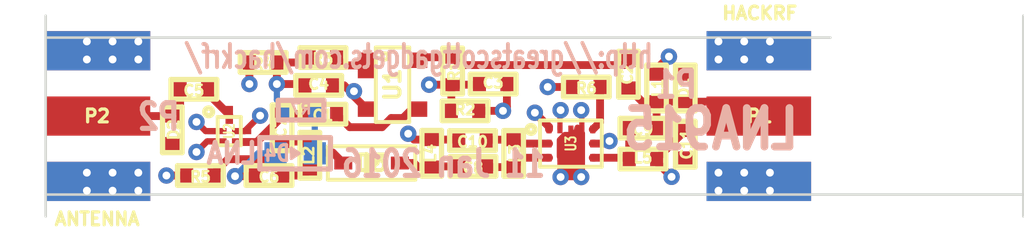
<source format=kicad_pcb>
(kicad_pcb (version 20171130) (host pcbnew 5.1.5)

  (general
    (thickness 1.6)
    (drawings 12)
    (tracks 131)
    (zones 0)
    (modules 32)
    (nets 18)
  )

  (page A4)
  (layers
    (0 C1F signal)
    (1 C2 power)
    (2 C3 power)
    (31 C4B signal hide)
    (32 B.Adhes user)
    (33 F.Adhes user)
    (34 B.Paste user)
    (35 F.Paste user hide)
    (36 B.SilkS user hide)
    (37 F.SilkS user)
    (38 B.Mask user)
    (39 F.Mask user)
    (41 Cmts.User user)
    (44 Edge.Cuts user)
  )

  (setup
    (last_trace_width 0.1524)
    (user_trace_width 0.2032)
    (user_trace_width 0.24)
    (user_trace_width 0.3048)
    (trace_clearance 0.1524)
    (zone_clearance 0.254)
    (zone_45_only no)
    (trace_min 0.1524)
    (via_size 0.635)
    (via_drill 0.3048)
    (via_min_size 0.4572)
    (via_min_drill 0.254)
    (uvia_size 0.508)
    (uvia_drill 0.127)
    (uvias_allowed no)
    (uvia_min_size 0.4572)
    (uvia_min_drill 0.127)
    (edge_width 0.1)
    (segment_width 0.2)
    (pcb_text_width 0.3)
    (pcb_text_size 1.5 1.5)
    (mod_edge_width 0.15)
    (mod_text_size 1 1)
    (mod_text_width 0.15)
    (pad_size 4.064 1.524)
    (pad_drill 0)
    (pad_to_mask_clearance 0.0762)
    (pad_to_paste_clearance_ratio -0.12)
    (aux_axis_origin 0 0)
    (visible_elements FFFFFF7F)
    (pcbplotparams
      (layerselection 0x00030_80000001)
      (usegerberextensions true)
      (usegerberattributes false)
      (usegerberadvancedattributes false)
      (creategerberjobfile false)
      (excludeedgelayer true)
      (linewidth 0.150000)
      (plotframeref false)
      (viasonmask false)
      (mode 1)
      (useauxorigin false)
      (hpglpennumber 1)
      (hpglpenspeed 20)
      (hpglpendiameter 15.000000)
      (psnegative false)
      (psa4output false)
      (plotreference false)
      (plotvalue false)
      (plotinvisibletext false)
      (padsonsilk false)
      (subtractmaskfromsilk false)
      (outputformat 1)
      (mirror false)
      (drillshape 0)
      (scaleselection 1)
      (outputdirectory "gerbers"))
  )

  (net 0 "")
  (net 1 GND)
  (net 2 VCC)
  (net 3 "Net-(C1-Pad1)")
  (net 4 "Net-(C1-Pad2)")
  (net 5 "Net-(C2-Pad1)")
  (net 6 "Net-(C2-Pad2)")
  (net 7 "Net-(C5-Pad1)")
  (net 8 "Net-(C5-Pad2)")
  (net 9 "Net-(C6-Pad2)")
  (net 10 "Net-(C7-Pad2)")
  (net 11 "Net-(C8-Pad1)")
  (net 12 "Net-(C8-Pad2)")
  (net 13 "Net-(C9-Pad1)")
  (net 14 "Net-(C10-Pad2)")
  (net 15 "Net-(D4-Pad1)")
  (net 16 "Net-(R3-Pad2)")
  (net 17 "Net-(R6-Pad2)")

  (net_class Default "This is the default net class."
    (clearance 0.1524)
    (trace_width 0.1524)
    (via_dia 0.635)
    (via_drill 0.3048)
    (uvia_dia 0.508)
    (uvia_drill 0.127)
    (add_net GND)
    (add_net "Net-(C1-Pad1)")
    (add_net "Net-(C1-Pad2)")
    (add_net "Net-(C10-Pad2)")
    (add_net "Net-(C2-Pad1)")
    (add_net "Net-(C2-Pad2)")
    (add_net "Net-(C5-Pad1)")
    (add_net "Net-(C5-Pad2)")
    (add_net "Net-(C6-Pad2)")
    (add_net "Net-(C7-Pad2)")
    (add_net "Net-(C8-Pad1)")
    (add_net "Net-(C8-Pad2)")
    (add_net "Net-(C9-Pad1)")
    (add_net "Net-(D4-Pad1)")
    (add_net "Net-(R3-Pad2)")
    (add_net "Net-(R6-Pad2)")
    (add_net VCC)
  )

  (module hackrf:GSG-TSLP-7-1 (layer C1F) (tedit 52F6B3C4) (tstamp 52F6BFB0)
    (at 145.4136 101.0698 270)
    (path /52F68792)
    (fp_text reference U3 (at 0 0 90) (layer F.SilkS)
      (effects (font (size 0.39878 0.29972) (thickness 0.07493)))
    )
    (fp_text value LNA (at 0 0 90) (layer F.SilkS) hide
      (effects (font (size 0.39878 0.29972) (thickness 0.0762)))
    )
    (fp_circle (center -0.54958 1.55) (end -0.49878 1.55) (layer F.SilkS) (width 0.2032))
    (fp_line (start -0.9 1.2) (end -0.9 -1.2) (layer F.SilkS) (width 0.15))
    (fp_line (start 0.9 1.2) (end -0.9 1.2) (layer F.SilkS) (width 0.15))
    (fp_line (start 0.9 -1.2) (end 0.9 1.2) (layer F.SilkS) (width 0.15))
    (fp_line (start -0.9 -1.2) (end 0.9 -1.2) (layer F.SilkS) (width 0.15))
    (pad 7 smd rect (at -0.55 0.425 270) (size 0.3 0.2) (layers C1F F.Paste F.Mask)
      (net 1 GND))
    (pad 7 smd rect (at 0 0.425 270) (size 0.3 0.2) (layers C1F F.Paste F.Mask)
      (net 1 GND))
    (pad 7 smd rect (at 0.55 0.425 270) (size 0.3 0.2) (layers C1F F.Paste F.Mask)
      (net 1 GND))
    (pad 7 smd rect (at 0.55 -0.425 270) (size 0.3 0.2) (layers C1F F.Paste F.Mask)
      (net 1 GND))
    (pad 7 smd rect (at 0 -0.425 270) (size 0.3 0.2) (layers C1F F.Paste F.Mask)
      (net 1 GND))
    (pad 7 smd rect (at -0.55 -0.425 270) (size 0.3 0.2) (layers C1F F.Paste F.Mask)
      (net 1 GND))
    (pad 7 smd rect (at 0.55 0 270) (size 0.3 0.2) (layers C1F F.Paste F.Mask)
      (net 1 GND))
    (pad 7 smd rect (at 0 0 270) (size 0.3 0.2) (layers C1F F.Paste F.Mask)
      (net 1 GND))
    (pad 7 smd rect (at -0.55 0 270) (size 0.3 0.2) (layers C1F F.Paste F.Mask)
      (net 1 GND))
    (pad 6 smd rect (at -0.55 -0.85 270) (size 0.3 0.2) (layers C1F F.Paste F.Mask)
      (net 17 "Net-(R6-Pad2)"))
    (pad 5 smd rect (at 0 -0.85 270) (size 0.3 0.2) (layers C1F F.Paste F.Mask)
      (net 2 VCC))
    (pad 4 smd rect (at 0.55 -0.85 270) (size 0.3 0.2) (layers C1F F.Paste F.Mask)
      (net 13 "Net-(C9-Pad1)"))
    (pad 3 smd rect (at 0.55 0.85 270) (size 0.3 0.2) (layers C1F F.Paste F.Mask)
      (net 12 "Net-(C8-Pad2)"))
    (pad 2 smd rect (at 0 0.85 270) (size 0.3 0.2) (layers C1F F.Paste F.Mask)
      (net 14 "Net-(C10-Pad2)"))
    (pad 1 smd rect (at -0.55 0.85 270) (size 0.3 0.2) (layers C1F F.Paste F.Mask)
      (net 2 VCC) (die_length 3.40614))
  )

  (module hackrf:GSG-F5Q (layer C1F) (tedit 52F6AFAA) (tstamp 52F6BFDE)
    (at 132.1346 100.5842 270)
    (path /52F44412)
    (fp_text reference U2 (at 0 0 90) (layer F.SilkS)
      (effects (font (size 0.39878 0.29972) (thickness 0.07493)))
    )
    (fp_text value SAW (at 0 0 90) (layer F.SilkS) hide
      (effects (font (size 0.39878 0.29972) (thickness 0.0762)))
    )
    (fp_circle (center -0.74958 0.8) (end -0.69878 0.8) (layer F.SilkS) (width 0.2032))
    (fp_line (start -0.55 0.45) (end -0.55 -0.45) (layer F.SilkS) (width 0.15))
    (fp_line (start 0.55 0.45) (end -0.55 0.45) (layer F.SilkS) (width 0.15))
    (fp_line (start 0.55 -0.45) (end 0.55 0.45) (layer F.SilkS) (width 0.15))
    (fp_line (start -0.55 -0.45) (end 0.55 -0.45) (layer F.SilkS) (width 0.15))
    (pad 5 smd rect (at 0 -0.48 270) (size 0.24 0.75) (layers C1F F.Paste F.Mask)
      (net 1 GND))
    (pad 2 smd rect (at 0 0.48 270) (size 0.24 0.75) (layers C1F F.Paste F.Mask)
      (net 1 GND) (die_length 3.40614))
    (pad 4 smd rect (at 0.4 -0.48 270) (size 0.24 0.75) (layers C1F F.Paste F.Mask)
      (net 3 "Net-(C1-Pad1)") (die_length -2147.483648))
    (pad 3 smd rect (at 0.4 0.48 270) (size 0.24 0.75) (layers C1F F.Paste F.Mask)
      (net 1 GND) (die_length -2147.483648))
    (pad 1 smd rect (at -0.63 0 270) (size 0.7 0.29) (layers C1F F.Paste F.Mask)
      (net 8 "Net-(C5-Pad2)") (die_length 3.40614))
  )

  (module hackrf:GSG-SOT143 (layer C1F) (tedit 52F6BF63) (tstamp 52F6BF98)
    (at 138.4808 98.7806 270)
    (path /52F68FC4)
    (solder_mask_margin 0.1016)
    (fp_text reference U1 (at 0 0 90) (layer F.SilkS)
      (effects (font (size 0.6096 0.6096) (thickness 0.1524)))
    )
    (fp_text value SWITCH (at 0 0 90) (layer F.SilkS) hide
      (effects (font (size 0.6096 0.6096) (thickness 0.1524)))
    )
    (fp_line (start -1.45 0.65) (end -1.45 -0.65) (layer F.SilkS) (width 0.15))
    (fp_line (start 1.45 0.65) (end -1.45 0.65) (layer F.SilkS) (width 0.15))
    (fp_line (start 1.45 -0.65) (end 1.45 0.65) (layer F.SilkS) (width 0.15))
    (fp_line (start -1.45 -0.65) (end 1.45 -0.65) (layer F.SilkS) (width 0.15))
    (fp_circle (center -1.1 0.3) (end -1.15 0.3) (layer F.SilkS) (width 0.15))
    (pad 4 smd rect (at -0.95 -1 270) (size 0.6 0.7) (layers C1F F.Paste F.Mask)
      (net 5 "Net-(C2-Pad1)"))
    (pad 3 smd rect (at 0.95 -1 270) (size 0.6 0.7) (layers C1F F.Paste F.Mask)
      (net 4 "Net-(C1-Pad2)"))
    (pad 1 smd rect (at -0.75 1 270) (size 1 0.7) (layers C1F F.Paste F.Mask)
      (net 16 "Net-(R3-Pad2)") (die_length 0.08382) (solder_mask_margin 0.1016) (clearance 0.1778))
    (pad 2 smd rect (at 0.95 1 270) (size 0.6 0.7) (layers C1F F.Paste F.Mask)
      (net 1 GND) (die_length 0.04572) (solder_mask_margin 0.1016) (clearance 0.1778))
  )

  (module gsg-modules:0402 (layer C4B) (tedit 4FB6CFE4) (tstamp 52F6C0A0)
    (at 134.9248 99.7712)
    (path /52F68CBB)
    (fp_text reference R7 (at 0 -0.0508) (layer B.SilkS)
      (effects (font (size 0.4064 0.4064) (thickness 0.1016)) (justify mirror))
    )
    (fp_text value 470 (at 0 -0.0508) (layer B.SilkS) hide
      (effects (font (size 0.4064 0.4064) (thickness 0.1016)) (justify mirror))
    )
    (fp_line (start -0.889 0.381) (end 0.889 0.381) (layer B.SilkS) (width 0.2032))
    (fp_line (start -0.889 -0.381) (end -0.889 0.381) (layer B.SilkS) (width 0.2032))
    (fp_line (start 0.889 -0.381) (end -0.889 -0.381) (layer B.SilkS) (width 0.2032))
    (fp_line (start 0.889 0.381) (end 0.889 -0.381) (layer B.SilkS) (width 0.2032))
    (pad 1 smd rect (at -0.5334 0) (size 0.508 0.5588) (layers C4B B.Paste B.Mask)
      (net 2 VCC))
    (pad 2 smd rect (at 0.5334 0) (size 0.508 0.5588) (layers C4B B.Paste B.Mask)
      (net 15 "Net-(D4-Pad1)"))
  )

  (module gsg-modules:0402 (layer C1F) (tedit 4FB6CFE4) (tstamp 52F6C0D2)
    (at 146.0136 98.8698)
    (path /52F68800)
    (fp_text reference R6 (at 0 0.0508) (layer F.SilkS)
      (effects (font (size 0.4064 0.4064) (thickness 0.1016)))
    )
    (fp_text value 3k (at 0 0.0508) (layer F.SilkS) hide
      (effects (font (size 0.4064 0.4064) (thickness 0.1016)))
    )
    (fp_line (start -0.889 -0.381) (end 0.889 -0.381) (layer F.SilkS) (width 0.2032))
    (fp_line (start -0.889 0.381) (end -0.889 -0.381) (layer F.SilkS) (width 0.2032))
    (fp_line (start 0.889 0.381) (end -0.889 0.381) (layer F.SilkS) (width 0.2032))
    (fp_line (start 0.889 -0.381) (end 0.889 0.381) (layer F.SilkS) (width 0.2032))
    (pad 1 smd rect (at -0.5334 0) (size 0.508 0.5588) (layers C1F F.Paste F.Mask)
      (net 2 VCC))
    (pad 2 smd rect (at 0.5334 0) (size 0.508 0.5588) (layers C1F F.Paste F.Mask)
      (net 17 "Net-(R6-Pad2)"))
  )

  (module gsg-modules:0402 (layer C1F) (tedit 4FB6CFE4) (tstamp 52F6C050)
    (at 131.0132 102.3112)
    (path /52F6A21F)
    (fp_text reference R5 (at 0 0.0508) (layer F.SilkS)
      (effects (font (size 0.4064 0.4064) (thickness 0.1016)))
    )
    (fp_text value 470 (at 0 0.0508) (layer F.SilkS) hide
      (effects (font (size 0.4064 0.4064) (thickness 0.1016)))
    )
    (fp_line (start -0.889 -0.381) (end 0.889 -0.381) (layer F.SilkS) (width 0.2032))
    (fp_line (start -0.889 0.381) (end -0.889 -0.381) (layer F.SilkS) (width 0.2032))
    (fp_line (start 0.889 0.381) (end -0.889 0.381) (layer F.SilkS) (width 0.2032))
    (fp_line (start 0.889 -0.381) (end 0.889 0.381) (layer F.SilkS) (width 0.2032))
    (pad 1 smd rect (at -0.5334 0) (size 0.508 0.5588) (layers C1F F.Paste F.Mask)
      (net 2 VCC))
    (pad 2 smd rect (at 0.5334 0) (size 0.508 0.5588) (layers C1F F.Paste F.Mask)
      (net 9 "Net-(C6-Pad2)"))
  )

  (module gsg-modules:0402 (layer C1F) (tedit 4FB6CFE4) (tstamp 52F6D5E2)
    (at 133.4516 97.917)
    (path /52F69223)
    (fp_text reference R4 (at 0 0.0508) (layer F.SilkS)
      (effects (font (size 0.4064 0.4064) (thickness 0.1016)))
    )
    (fp_text value 100k (at 0 0.0508) (layer F.SilkS) hide
      (effects (font (size 0.4064 0.4064) (thickness 0.1016)))
    )
    (fp_line (start -0.889 -0.381) (end 0.889 -0.381) (layer F.SilkS) (width 0.2032))
    (fp_line (start -0.889 0.381) (end -0.889 -0.381) (layer F.SilkS) (width 0.2032))
    (fp_line (start 0.889 0.381) (end -0.889 0.381) (layer F.SilkS) (width 0.2032))
    (fp_line (start 0.889 -0.381) (end 0.889 0.381) (layer F.SilkS) (width 0.2032))
    (pad 1 smd rect (at -0.5334 0) (size 0.508 0.5588) (layers C1F F.Paste F.Mask)
      (net 1 GND))
    (pad 2 smd rect (at 0.5334 0) (size 0.508 0.5588) (layers C1F F.Paste F.Mask)
      (net 2 VCC))
  )

  (module gsg-modules:0402 (layer C1F) (tedit 4FB6CFE4) (tstamp 52F6C08C)
    (at 135.7744 97.7254)
    (path /52F6921D)
    (fp_text reference R3 (at 0 0.0508) (layer F.SilkS)
      (effects (font (size 0.4064 0.4064) (thickness 0.1016)))
    )
    (fp_text value 4k7 (at 0 0.0508) (layer F.SilkS) hide
      (effects (font (size 0.4064 0.4064) (thickness 0.1016)))
    )
    (fp_line (start -0.889 -0.381) (end 0.889 -0.381) (layer F.SilkS) (width 0.2032))
    (fp_line (start -0.889 0.381) (end -0.889 -0.381) (layer F.SilkS) (width 0.2032))
    (fp_line (start 0.889 0.381) (end -0.889 0.381) (layer F.SilkS) (width 0.2032))
    (fp_line (start 0.889 -0.381) (end 0.889 0.381) (layer F.SilkS) (width 0.2032))
    (pad 1 smd rect (at -0.5334 0) (size 0.508 0.5588) (layers C1F F.Paste F.Mask)
      (net 2 VCC))
    (pad 2 smd rect (at 0.5334 0) (size 0.508 0.5588) (layers C1F F.Paste F.Mask)
      (net 16 "Net-(R3-Pad2)"))
  )

  (module gsg-modules:0402 (layer C1F) (tedit 4FB6CFE4) (tstamp 52F6C000)
    (at 141.3002 99.7966 180)
    (path /52F6A598)
    (fp_text reference R2 (at 0 0.0508) (layer F.SilkS)
      (effects (font (size 0.4064 0.4064) (thickness 0.1016)))
    )
    (fp_text value 100k (at 0 0.0508) (layer F.SilkS) hide
      (effects (font (size 0.4064 0.4064) (thickness 0.1016)))
    )
    (fp_line (start -0.889 -0.381) (end 0.889 -0.381) (layer F.SilkS) (width 0.2032))
    (fp_line (start -0.889 0.381) (end -0.889 -0.381) (layer F.SilkS) (width 0.2032))
    (fp_line (start 0.889 0.381) (end -0.889 0.381) (layer F.SilkS) (width 0.2032))
    (fp_line (start 0.889 -0.381) (end 0.889 0.381) (layer F.SilkS) (width 0.2032))
    (pad 1 smd rect (at -0.5334 0 180) (size 0.508 0.5588) (layers C1F F.Paste F.Mask)
      (net 1 GND))
    (pad 2 smd rect (at 0.5334 0 180) (size 0.508 0.5588) (layers C1F F.Paste F.Mask)
      (net 2 VCC))
  )

  (module gsg-modules:0402 (layer C1F) (tedit 4FB6CFE4) (tstamp 52F6C096)
    (at 140.8176 98.2472 90)
    (path /52F6905B)
    (fp_text reference R1 (at 0 0.0508 90) (layer F.SilkS)
      (effects (font (size 0.4064 0.4064) (thickness 0.1016)))
    )
    (fp_text value 47k (at 0 0.0508 90) (layer F.SilkS) hide
      (effects (font (size 0.4064 0.4064) (thickness 0.1016)))
    )
    (fp_line (start -0.889 -0.381) (end 0.889 -0.381) (layer F.SilkS) (width 0.2032))
    (fp_line (start -0.889 0.381) (end -0.889 -0.381) (layer F.SilkS) (width 0.2032))
    (fp_line (start 0.889 0.381) (end -0.889 0.381) (layer F.SilkS) (width 0.2032))
    (fp_line (start 0.889 -0.381) (end 0.889 0.381) (layer F.SilkS) (width 0.2032))
    (pad 1 smd rect (at -0.5334 0 90) (size 0.508 0.5588) (layers C1F F.Paste F.Mask)
      (net 2 VCC))
    (pad 2 smd rect (at 0.5334 0 90) (size 0.508 0.5588) (layers C1F F.Paste F.Mask)
      (net 5 "Net-(C2-Pad1)"))
  )

  (module gsg-modules:SMA-EDGE (layer C1F) (tedit 534AD186) (tstamp 52F6BFD0)
    (at 125 100)
    (path /52F6A116)
    (fp_text reference P2 (at 1.99898 0) (layer F.SilkS)
      (effects (font (size 0.50038 0.50038) (thickness 0.12446)))
    )
    (fp_text value ANTENNA (at 1.99898 4.0005) (layer F.SilkS)
      (effects (font (size 0.50038 0.50038) (thickness 0.12446)))
    )
    (pad 2 thru_hole circle (at 3.6 2.9) (size 0.762 0.762) (drill 0.3048) (layers *.Cu *.Mask)
      (net 1 GND))
    (pad 2 thru_hole circle (at 2.6 2.9) (size 0.762 0.762) (drill 0.3048) (layers *.Cu *.Mask)
      (net 1 GND))
    (pad 2 thru_hole circle (at 1.6 2.9) (size 0.762 0.762) (drill 0.3048) (layers *.Cu *.Mask)
      (net 1 GND))
    (pad 2 thru_hole circle (at 1.6 2.2) (size 0.762 0.762) (drill 0.3048) (layers *.Cu *.Mask)
      (net 1 GND))
    (pad 2 thru_hole circle (at 2.6 2.2) (size 0.762 0.762) (drill 0.3048) (layers *.Cu *.Mask)
      (net 1 GND))
    (pad 2 thru_hole circle (at 3.6 2.2) (size 0.762 0.762) (drill 0.3048) (layers *.Cu *.Mask)
      (net 1 GND))
    (pad 2 thru_hole circle (at 2.6 -2.9) (size 0.762 0.762) (drill 0.3048) (layers *.Cu *.Mask)
      (net 1 GND))
    (pad 2 thru_hole circle (at 1.6 -2.9) (size 0.762 0.762) (drill 0.3048) (layers *.Cu *.Mask)
      (net 1 GND))
    (pad 2 thru_hole circle (at 1.6 -2.2) (size 0.762 0.762) (drill 0.3048) (layers *.Cu *.Mask)
      (net 1 GND))
    (pad 2 thru_hole circle (at 2.6 -2.2) (size 0.762 0.762) (drill 0.3048) (layers *.Cu *.Mask)
      (net 1 GND))
    (pad 2 thru_hole circle (at 3.6 -2.9) (size 0.762 0.762) (drill 0.3048) (layers *.Cu *.Mask)
      (net 1 GND))
    (pad 2 thru_hole circle (at 3.6 -2.2) (size 0.762 0.762) (drill 0.3048) (layers *.Cu *.Mask)
      (net 1 GND))
    (pad 2 smd rect (at 2.032 2.54) (size 4.064 1.524) (layers C1F F.Mask)
      (net 1 GND))
    (pad 2 smd rect (at 2.032 -2.54) (size 4.064 1.524) (layers C4B B.Mask)
      (net 1 GND))
    (pad 2 smd rect (at 2.032 2.54) (size 4.064 1.524) (layers C4B B.Mask)
      (net 1 GND))
    (pad 2 smd rect (at 2.032 -2.54) (size 4.064 1.524) (layers C1F F.Mask)
      (net 1 GND))
    (pad 1 smd rect (at 2.032 0) (size 4.064 1.524) (layers C1F F.Mask)
      (net 7 "Net-(C5-Pad1)"))
  )

  (module gsg-modules:SMA-EDGE (layer C1F) (tedit 534AD186) (tstamp 52F6BFC7)
    (at 154.75 100 180)
    (path /52F440F7)
    (fp_text reference P1 (at 1.99898 0) (layer F.SilkS)
      (effects (font (size 0.50038 0.50038) (thickness 0.12446)))
    )
    (fp_text value HACKRF (at 1.99898 4.0005) (layer F.SilkS)
      (effects (font (size 0.50038 0.50038) (thickness 0.12446)))
    )
    (pad 2 thru_hole circle (at 3.6 2.9 180) (size 0.762 0.762) (drill 0.3048) (layers *.Cu *.Mask)
      (net 1 GND))
    (pad 2 thru_hole circle (at 2.6 2.9 180) (size 0.762 0.762) (drill 0.3048) (layers *.Cu *.Mask)
      (net 1 GND))
    (pad 2 thru_hole circle (at 1.6 2.9 180) (size 0.762 0.762) (drill 0.3048) (layers *.Cu *.Mask)
      (net 1 GND))
    (pad 2 thru_hole circle (at 1.6 2.2 180) (size 0.762 0.762) (drill 0.3048) (layers *.Cu *.Mask)
      (net 1 GND))
    (pad 2 thru_hole circle (at 2.6 2.2 180) (size 0.762 0.762) (drill 0.3048) (layers *.Cu *.Mask)
      (net 1 GND))
    (pad 2 thru_hole circle (at 3.6 2.2 180) (size 0.762 0.762) (drill 0.3048) (layers *.Cu *.Mask)
      (net 1 GND))
    (pad 2 thru_hole circle (at 2.6 -2.9 180) (size 0.762 0.762) (drill 0.3048) (layers *.Cu *.Mask)
      (net 1 GND))
    (pad 2 thru_hole circle (at 1.6 -2.9 180) (size 0.762 0.762) (drill 0.3048) (layers *.Cu *.Mask)
      (net 1 GND))
    (pad 2 thru_hole circle (at 1.6 -2.2 180) (size 0.762 0.762) (drill 0.3048) (layers *.Cu *.Mask)
      (net 1 GND))
    (pad 2 thru_hole circle (at 2.6 -2.2 180) (size 0.762 0.762) (drill 0.3048) (layers *.Cu *.Mask)
      (net 1 GND))
    (pad 2 thru_hole circle (at 3.6 -2.9 180) (size 0.762 0.762) (drill 0.3048) (layers *.Cu *.Mask)
      (net 1 GND))
    (pad 2 thru_hole circle (at 3.6 -2.2 180) (size 0.762 0.762) (drill 0.3048) (layers *.Cu *.Mask)
      (net 1 GND))
    (pad 2 smd rect (at 2.032 2.54 180) (size 4.064 1.524) (layers C1F F.Mask)
      (net 1 GND))
    (pad 2 smd rect (at 2.032 -2.54 180) (size 4.064 1.524) (layers C4B B.Mask)
      (net 1 GND))
    (pad 2 smd rect (at 2.032 2.54 180) (size 4.064 1.524) (layers C4B B.Mask)
      (net 1 GND))
    (pad 2 smd rect (at 2.032 -2.54 180) (size 4.064 1.524) (layers C1F F.Mask)
      (net 1 GND))
    (pad 1 smd rect (at 2.032 0 180) (size 4.064 1.524) (layers C1F F.Mask)
      (net 6 "Net-(C2-Pad2)"))
  )

  (module gsg-modules:0402 (layer C1F) (tedit 4FB6CFE4) (tstamp 52F6C0C8)
    (at 148.2136 101.6698 180)
    (path /52F688CD)
    (fp_text reference L5 (at 0 0.0508) (layer F.SilkS)
      (effects (font (size 0.4064 0.4064) (thickness 0.1016)))
    )
    (fp_text value 39nH (at 0 0.0508) (layer F.SilkS) hide
      (effects (font (size 0.4064 0.4064) (thickness 0.1016)))
    )
    (fp_line (start -0.889 -0.381) (end 0.889 -0.381) (layer F.SilkS) (width 0.2032))
    (fp_line (start -0.889 0.381) (end -0.889 -0.381) (layer F.SilkS) (width 0.2032))
    (fp_line (start 0.889 0.381) (end -0.889 0.381) (layer F.SilkS) (width 0.2032))
    (fp_line (start 0.889 -0.381) (end 0.889 0.381) (layer F.SilkS) (width 0.2032))
    (pad 1 smd rect (at -0.5334 0 180) (size 0.508 0.5588) (layers C1F F.Paste F.Mask)
      (net 2 VCC))
    (pad 2 smd rect (at 0.5334 0 180) (size 0.508 0.5588) (layers C1F F.Paste F.Mask)
      (net 13 "Net-(C9-Pad1)"))
  )

  (module gsg-modules:0402 (layer C1F) (tedit 4FB6CFE4) (tstamp 52F6C078)
    (at 140.0048 101.4476 270)
    (path /52F6975B)
    (fp_text reference L4 (at 0 0.0508 90) (layer F.SilkS)
      (effects (font (size 0.4064 0.4064) (thickness 0.1016)))
    )
    (fp_text value 39nH (at 0 0.0508 90) (layer F.SilkS) hide
      (effects (font (size 0.4064 0.4064) (thickness 0.1016)))
    )
    (fp_line (start -0.889 -0.381) (end 0.889 -0.381) (layer F.SilkS) (width 0.2032))
    (fp_line (start -0.889 0.381) (end -0.889 -0.381) (layer F.SilkS) (width 0.2032))
    (fp_line (start 0.889 0.381) (end -0.889 0.381) (layer F.SilkS) (width 0.2032))
    (fp_line (start 0.889 -0.381) (end 0.889 0.381) (layer F.SilkS) (width 0.2032))
    (pad 1 smd rect (at -0.5334 0 270) (size 0.508 0.5588) (layers C1F F.Paste F.Mask)
      (net 1 GND))
    (pad 2 smd rect (at 0.5334 0 270) (size 0.508 0.5588) (layers C1F F.Paste F.Mask)
      (net 11 "Net-(C8-Pad1)"))
  )

  (module gsg-modules:0402 (layer C1F) (tedit 4FB6CFE4) (tstamp 52F6C0B4)
    (at 143.1898 101.4508 90)
    (path /52F68C24)
    (fp_text reference L3 (at 0 0.0508 90) (layer F.SilkS)
      (effects (font (size 0.4064 0.4064) (thickness 0.1016)))
    )
    (fp_text value 39nH (at 0 0.0508 90) (layer F.SilkS) hide
      (effects (font (size 0.4064 0.4064) (thickness 0.1016)))
    )
    (fp_line (start -0.889 -0.381) (end 0.889 -0.381) (layer F.SilkS) (width 0.2032))
    (fp_line (start -0.889 0.381) (end -0.889 -0.381) (layer F.SilkS) (width 0.2032))
    (fp_line (start 0.889 0.381) (end -0.889 0.381) (layer F.SilkS) (width 0.2032))
    (fp_line (start 0.889 -0.381) (end 0.889 0.381) (layer F.SilkS) (width 0.2032))
    (pad 1 smd rect (at -0.5334 0 90) (size 0.508 0.5588) (layers C1F F.Paste F.Mask)
      (net 12 "Net-(C8-Pad2)"))
    (pad 2 smd rect (at 0.5334 0 90) (size 0.508 0.5588) (layers C1F F.Paste F.Mask)
      (net 14 "Net-(C10-Pad2)"))
  )

  (module gsg-modules:0402 (layer C1F) (tedit 4FB6CFE4) (tstamp 52F6C06E)
    (at 135.2662 101.5254 270)
    (path /52F69884)
    (fp_text reference L2 (at 0 0.0508 90) (layer F.SilkS)
      (effects (font (size 0.4064 0.4064) (thickness 0.1016)))
    )
    (fp_text value 39nH (at 0 0.0508 90) (layer F.SilkS) hide
      (effects (font (size 0.4064 0.4064) (thickness 0.1016)))
    )
    (fp_line (start -0.889 -0.381) (end 0.889 -0.381) (layer F.SilkS) (width 0.2032))
    (fp_line (start -0.889 0.381) (end -0.889 -0.381) (layer F.SilkS) (width 0.2032))
    (fp_line (start 0.889 0.381) (end -0.889 0.381) (layer F.SilkS) (width 0.2032))
    (fp_line (start 0.889 -0.381) (end 0.889 0.381) (layer F.SilkS) (width 0.2032))
    (pad 1 smd rect (at -0.5334 0 270) (size 0.508 0.5588) (layers C1F F.Paste F.Mask)
      (net 10 "Net-(C7-Pad2)"))
    (pad 2 smd rect (at 0.5334 0 270) (size 0.508 0.5588) (layers C1F F.Paste F.Mask)
      (net 9 "Net-(C6-Pad2)"))
  )

  (module gsg-modules:0402 (layer C1F) (tedit 4FB6CFE4) (tstamp 52F6C0AA)
    (at 148.7424 98.9076 90)
    (path /52F68C64)
    (fp_text reference L1 (at 0 0.0508 90) (layer F.SilkS)
      (effects (font (size 0.4064 0.4064) (thickness 0.1016)))
    )
    (fp_text value 39nH (at 0 0.0508 90) (layer F.SilkS) hide
      (effects (font (size 0.4064 0.4064) (thickness 0.1016)))
    )
    (fp_line (start -0.889 -0.381) (end 0.889 -0.381) (layer F.SilkS) (width 0.2032))
    (fp_line (start -0.889 0.381) (end -0.889 -0.381) (layer F.SilkS) (width 0.2032))
    (fp_line (start 0.889 0.381) (end -0.889 0.381) (layer F.SilkS) (width 0.2032))
    (fp_line (start 0.889 -0.381) (end 0.889 0.381) (layer F.SilkS) (width 0.2032))
    (pad 1 smd rect (at -0.5334 0 90) (size 0.508 0.5588) (layers C1F F.Paste F.Mask)
      (net 6 "Net-(C2-Pad2)"))
    (pad 2 smd rect (at 0.5334 0 90) (size 0.508 0.5588) (layers C1F F.Paste F.Mask)
      (net 2 VCC))
  )

  (module gsg-modules:0603D (layer C4B) (tedit 56030F0A) (tstamp 52F6BFEC)
    (at 134.6962 101.4476 180)
    (path /52F51772)
    (fp_text reference D4 (at 0.7112 0) (layer B.SilkS)
      (effects (font (size 0.6096 0.508) (thickness 0.127)) (justify mirror))
    )
    (fp_text value LNALED (at 0 0) (layer B.SilkS) hide
      (effects (font (size 0.6096 0.6096) (thickness 0.1524)) (justify mirror))
    )
    (fp_line (start 1.3716 -0.6096) (end 1.3716 0.6096) (layer B.SilkS) (width 0.2032))
    (fp_line (start -1.3716 -0.6096) (end 1.3716 -0.6096) (layer B.SilkS) (width 0.2032))
    (fp_line (start -1.3716 0.6096) (end -1.3716 -0.6096) (layer B.SilkS) (width 0.2032))
    (fp_line (start 1.3716 0.6096) (end -1.3716 0.6096) (layer B.SilkS) (width 0.2032))
    (fp_line (start 0.15 -0.2) (end -0.15 0) (layer B.SilkS) (width 0.127))
    (fp_line (start 0.15 0.2) (end 0.15 -0.2) (layer B.SilkS) (width 0.127))
    (fp_line (start -0.15 0) (end 0.15 0.2) (layer B.SilkS) (width 0.127))
    (fp_line (start 0 0) (end 0.07 0) (layer B.SilkS) (width 0.2032))
    (pad 1 smd rect (at -0.762 0 180) (size 0.8636 0.8636) (layers C4B B.Paste B.Mask)
      (net 15 "Net-(D4-Pad1)"))
    (pad 2 smd rect (at 0.762 0 180) (size 0.8636 0.8636) (layers C4B B.Paste B.Mask)
      (net 1 GND))
  )

  (module hackrf:GSG-SOD323 (layer C1F) (tedit 52F6A9EE) (tstamp 52F6BFBE)
    (at 137.6662 101.8254)
    (path /52F440C5)
    (solder_mask_margin 0.1016)
    (fp_text reference D3 (at 0 0) (layer F.SilkS)
      (effects (font (size 0.6096 0.6096) (thickness 0.1524)))
    )
    (fp_text value PIN (at 0 0) (layer F.SilkS) hide
      (effects (font (size 0.6096 0.6096) (thickness 0.1524)))
    )
    (fp_line (start -0.2032 0.3302) (end 0.2032 0) (layer F.SilkS) (width 0.2032))
    (fp_line (start -0.2032 -0.3302) (end -0.2032 0.3302) (layer F.SilkS) (width 0.2032))
    (fp_line (start 0.2032 0) (end -0.2032 -0.3302) (layer F.SilkS) (width 0.2032))
    (fp_line (start -0.0508 0.0762) (end -0.0508 -0.0762) (layer F.SilkS) (width 0.2032))
    (fp_line (start -1.7 0.65) (end -1.7 -0.65) (layer F.SilkS) (width 0.15))
    (fp_line (start 1.7 0.65) (end -1.7 0.65) (layer F.SilkS) (width 0.15))
    (fp_line (start 1.7 -0.65) (end 1.7 0.65) (layer F.SilkS) (width 0.15))
    (fp_line (start -1.7 -0.65) (end 1.7 -0.65) (layer F.SilkS) (width 0.15))
    (pad 1 smd rect (at -1.1 0) (size 0.7 0.5) (layers C1F F.Paste F.Mask)
      (net 10 "Net-(C7-Pad2)") (die_length 0.08382) (solder_mask_margin 0.1016) (clearance 0.1778))
    (pad 2 smd rect (at 1.1 0) (size 0.7 0.5) (layers C1F F.Paste F.Mask)
      (net 11 "Net-(C8-Pad1)") (die_length 0.04572) (solder_mask_margin 0.1016) (clearance 0.1778))
  )

  (module gsg-modules:0402 (layer C1F) (tedit 4FB6CFE4) (tstamp 52F6C046)
    (at 129.921 100.5332 90)
    (path /52F69FCE)
    (fp_text reference D2 (at 0 0.0508 90) (layer F.SilkS)
      (effects (font (size 0.4064 0.4064) (thickness 0.1016)))
    )
    (fp_text value D_TVS (at 0 0.0508 90) (layer F.SilkS) hide
      (effects (font (size 0.4064 0.4064) (thickness 0.1016)))
    )
    (fp_line (start -0.889 -0.381) (end 0.889 -0.381) (layer F.SilkS) (width 0.2032))
    (fp_line (start -0.889 0.381) (end -0.889 -0.381) (layer F.SilkS) (width 0.2032))
    (fp_line (start 0.889 0.381) (end -0.889 0.381) (layer F.SilkS) (width 0.2032))
    (fp_line (start 0.889 -0.381) (end 0.889 0.381) (layer F.SilkS) (width 0.2032))
    (pad 1 smd rect (at -0.5334 0 90) (size 0.508 0.5588) (layers C1F F.Paste F.Mask)
      (net 1 GND))
    (pad 2 smd rect (at 0.5334 0 90) (size 0.508 0.5588) (layers C1F F.Paste F.Mask)
      (net 7 "Net-(C5-Pad1)"))
  )

  (module gsg-modules:0402 (layer C1F) (tedit 4FB6CFE4) (tstamp 52F6C0E6)
    (at 149.86 98.9076 270)
    (path /52F44107)
    (fp_text reference D1 (at 0 0.0508 90) (layer F.SilkS)
      (effects (font (size 0.4064 0.4064) (thickness 0.1016)))
    )
    (fp_text value D_TVS (at 0 0.0508 90) (layer F.SilkS) hide
      (effects (font (size 0.4064 0.4064) (thickness 0.1016)))
    )
    (fp_line (start -0.889 -0.381) (end 0.889 -0.381) (layer F.SilkS) (width 0.2032))
    (fp_line (start -0.889 0.381) (end -0.889 -0.381) (layer F.SilkS) (width 0.2032))
    (fp_line (start 0.889 0.381) (end -0.889 0.381) (layer F.SilkS) (width 0.2032))
    (fp_line (start 0.889 -0.381) (end 0.889 0.381) (layer F.SilkS) (width 0.2032))
    (pad 1 smd rect (at -0.5334 0 270) (size 0.508 0.5588) (layers C1F F.Paste F.Mask)
      (net 1 GND))
    (pad 2 smd rect (at 0.5334 0 270) (size 0.508 0.5588) (layers C1F F.Paste F.Mask)
      (net 6 "Net-(C2-Pad2)"))
  )

  (module gsg-modules:0402 (layer C1F) (tedit 4FB6CFE4) (tstamp 52F6C03C)
    (at 149.86 101.092 90)
    (path /52F69F2A)
    (fp_text reference C11 (at 0 0.0508 90) (layer F.SilkS)
      (effects (font (size 0.4064 0.4064) (thickness 0.1016)))
    )
    (fp_text value 1uF (at 0 0.0508 90) (layer F.SilkS) hide
      (effects (font (size 0.4064 0.4064) (thickness 0.1016)))
    )
    (fp_line (start -0.889 -0.381) (end 0.889 -0.381) (layer F.SilkS) (width 0.2032))
    (fp_line (start -0.889 0.381) (end -0.889 -0.381) (layer F.SilkS) (width 0.2032))
    (fp_line (start 0.889 0.381) (end -0.889 0.381) (layer F.SilkS) (width 0.2032))
    (fp_line (start 0.889 -0.381) (end 0.889 0.381) (layer F.SilkS) (width 0.2032))
    (pad 1 smd rect (at -0.5334 0 90) (size 0.508 0.5588) (layers C1F F.Paste F.Mask)
      (net 1 GND))
    (pad 2 smd rect (at 0.5334 0 90) (size 0.508 0.5588) (layers C1F F.Paste F.Mask)
      (net 2 VCC))
  )

  (module gsg-modules:0402 (layer C1F) (tedit 4FB6CFE4) (tstamp 52F6C0BE)
    (at 141.5898 100.9508)
    (path /52F68A00)
    (fp_text reference C10 (at 0 0.0508) (layer F.SilkS)
      (effects (font (size 0.4064 0.4064) (thickness 0.1016)))
    )
    (fp_text value 1uF (at 0 0.0508) (layer F.SilkS) hide
      (effects (font (size 0.4064 0.4064) (thickness 0.1016)))
    )
    (fp_line (start -0.889 -0.381) (end 0.889 -0.381) (layer F.SilkS) (width 0.2032))
    (fp_line (start -0.889 0.381) (end -0.889 -0.381) (layer F.SilkS) (width 0.2032))
    (fp_line (start 0.889 0.381) (end -0.889 0.381) (layer F.SilkS) (width 0.2032))
    (fp_line (start 0.889 -0.381) (end 0.889 0.381) (layer F.SilkS) (width 0.2032))
    (pad 1 smd rect (at -0.5334 0) (size 0.508 0.5588) (layers C1F F.Paste F.Mask)
      (net 1 GND))
    (pad 2 smd rect (at 0.5334 0) (size 0.508 0.5588) (layers C1F F.Paste F.Mask)
      (net 14 "Net-(C10-Pad2)"))
  )

  (module gsg-modules:0402 (layer C1F) (tedit 4FB6CFE4) (tstamp 52F6C01E)
    (at 148.2136 100.4698)
    (path /52F69EBA)
    (fp_text reference C9 (at 0 0.0508) (layer F.SilkS)
      (effects (font (size 0.4064 0.4064) (thickness 0.1016)))
    )
    (fp_text value 100pF (at 0 0.0508) (layer F.SilkS) hide
      (effects (font (size 0.4064 0.4064) (thickness 0.1016)))
    )
    (fp_line (start -0.889 -0.381) (end 0.889 -0.381) (layer F.SilkS) (width 0.2032))
    (fp_line (start -0.889 0.381) (end -0.889 -0.381) (layer F.SilkS) (width 0.2032))
    (fp_line (start 0.889 0.381) (end -0.889 0.381) (layer F.SilkS) (width 0.2032))
    (fp_line (start 0.889 -0.381) (end 0.889 0.381) (layer F.SilkS) (width 0.2032))
    (pad 1 smd rect (at -0.5334 0) (size 0.508 0.5588) (layers C1F F.Paste F.Mask)
      (net 13 "Net-(C9-Pad1)"))
    (pad 2 smd rect (at 0.5334 0) (size 0.508 0.5588) (layers C1F F.Paste F.Mask)
      (net 6 "Net-(C2-Pad2)"))
  )

  (module gsg-modules:0402 (layer C1F) (tedit 4FB6CFE4) (tstamp 52F6C014)
    (at 141.605 101.9556)
    (path /52F69EB1)
    (fp_text reference C8 (at 0 0.0508) (layer F.SilkS)
      (effects (font (size 0.4064 0.4064) (thickness 0.1016)))
    )
    (fp_text value 100pF (at 0 0.0508) (layer F.SilkS) hide
      (effects (font (size 0.4064 0.4064) (thickness 0.1016)))
    )
    (fp_line (start -0.889 -0.381) (end 0.889 -0.381) (layer F.SilkS) (width 0.2032))
    (fp_line (start -0.889 0.381) (end -0.889 -0.381) (layer F.SilkS) (width 0.2032))
    (fp_line (start 0.889 0.381) (end -0.889 0.381) (layer F.SilkS) (width 0.2032))
    (fp_line (start 0.889 -0.381) (end 0.889 0.381) (layer F.SilkS) (width 0.2032))
    (pad 1 smd rect (at -0.5334 0) (size 0.508 0.5588) (layers C1F F.Paste F.Mask)
      (net 11 "Net-(C8-Pad1)"))
    (pad 2 smd rect (at 0.5334 0) (size 0.508 0.5588) (layers C1F F.Paste F.Mask)
      (net 12 "Net-(C8-Pad2)"))
  )

  (module gsg-modules:0402 (layer C1F) (tedit 4FB6CFE4) (tstamp 52F6C00A)
    (at 134.1882 100.457 270)
    (path /52F69E98)
    (fp_text reference C7 (at 0 0.0508 90) (layer F.SilkS)
      (effects (font (size 0.4064 0.4064) (thickness 0.1016)))
    )
    (fp_text value 100pF (at 0 0.0508 90) (layer F.SilkS) hide
      (effects (font (size 0.4064 0.4064) (thickness 0.1016)))
    )
    (fp_line (start -0.889 -0.381) (end 0.889 -0.381) (layer F.SilkS) (width 0.2032))
    (fp_line (start -0.889 0.381) (end -0.889 -0.381) (layer F.SilkS) (width 0.2032))
    (fp_line (start 0.889 0.381) (end -0.889 0.381) (layer F.SilkS) (width 0.2032))
    (fp_line (start 0.889 -0.381) (end 0.889 0.381) (layer F.SilkS) (width 0.2032))
    (pad 1 smd rect (at -0.5334 0 270) (size 0.508 0.5588) (layers C1F F.Paste F.Mask)
      (net 3 "Net-(C1-Pad1)"))
    (pad 2 smd rect (at 0.5334 0 270) (size 0.508 0.5588) (layers C1F F.Paste F.Mask)
      (net 10 "Net-(C7-Pad2)"))
  )

  (module gsg-modules:0402 (layer C1F) (tedit 4FB6CFE4) (tstamp 52F6BFF6)
    (at 133.6802 102.3112)
    (path /52F69BA3)
    (fp_text reference C6 (at 0 0.0508) (layer F.SilkS)
      (effects (font (size 0.4064 0.4064) (thickness 0.1016)))
    )
    (fp_text value 1nF (at 0 0.0508) (layer F.SilkS) hide
      (effects (font (size 0.4064 0.4064) (thickness 0.1016)))
    )
    (fp_line (start -0.889 -0.381) (end 0.889 -0.381) (layer F.SilkS) (width 0.2032))
    (fp_line (start -0.889 0.381) (end -0.889 -0.381) (layer F.SilkS) (width 0.2032))
    (fp_line (start 0.889 0.381) (end -0.889 0.381) (layer F.SilkS) (width 0.2032))
    (fp_line (start 0.889 -0.381) (end 0.889 0.381) (layer F.SilkS) (width 0.2032))
    (pad 1 smd rect (at -0.5334 0) (size 0.508 0.5588) (layers C1F F.Paste F.Mask)
      (net 1 GND))
    (pad 2 smd rect (at 0.5334 0) (size 0.508 0.5588) (layers C1F F.Paste F.Mask)
      (net 9 "Net-(C6-Pad2)"))
  )

  (module gsg-modules:0402 (layer C1F) (tedit 4FB6CFE4) (tstamp 52F6C0DC)
    (at 130.7592 98.9584)
    (path /52F44170)
    (fp_text reference C5 (at 0 0.0508) (layer F.SilkS)
      (effects (font (size 0.4064 0.4064) (thickness 0.1016)))
    )
    (fp_text value 100pF (at 0 0.0508) (layer F.SilkS) hide
      (effects (font (size 0.4064 0.4064) (thickness 0.1016)))
    )
    (fp_line (start -0.889 -0.381) (end 0.889 -0.381) (layer F.SilkS) (width 0.2032))
    (fp_line (start -0.889 0.381) (end -0.889 -0.381) (layer F.SilkS) (width 0.2032))
    (fp_line (start 0.889 0.381) (end -0.889 0.381) (layer F.SilkS) (width 0.2032))
    (fp_line (start 0.889 -0.381) (end 0.889 0.381) (layer F.SilkS) (width 0.2032))
    (pad 1 smd rect (at -0.5334 0) (size 0.508 0.5588) (layers C1F F.Paste F.Mask)
      (net 7 "Net-(C5-Pad1)"))
    (pad 2 smd rect (at 0.5334 0) (size 0.508 0.5588) (layers C1F F.Paste F.Mask)
      (net 8 "Net-(C5-Pad2)"))
  )

  (module gsg-modules:0402 (layer C1F) (tedit 4FB6CFE4) (tstamp 52F6C05A)
    (at 135.6106 98.806 180)
    (path /52F6A3F1)
    (fp_text reference C4 (at 0 0.0508) (layer F.SilkS)
      (effects (font (size 0.4064 0.4064) (thickness 0.1016)))
    )
    (fp_text value 1nF (at 0 0.0508) (layer F.SilkS) hide
      (effects (font (size 0.4064 0.4064) (thickness 0.1016)))
    )
    (fp_line (start -0.889 -0.381) (end 0.889 -0.381) (layer F.SilkS) (width 0.2032))
    (fp_line (start -0.889 0.381) (end -0.889 -0.381) (layer F.SilkS) (width 0.2032))
    (fp_line (start 0.889 0.381) (end -0.889 0.381) (layer F.SilkS) (width 0.2032))
    (fp_line (start 0.889 -0.381) (end 0.889 0.381) (layer F.SilkS) (width 0.2032))
    (pad 1 smd rect (at -0.5334 0 180) (size 0.508 0.5588) (layers C1F F.Paste F.Mask)
      (net 1 GND))
    (pad 2 smd rect (at 0.5334 0 180) (size 0.508 0.5588) (layers C1F F.Paste F.Mask)
      (net 2 VCC))
  )

  (module gsg-modules:0402 (layer C1F) (tedit 4FB6CFE4) (tstamp 52F6D546)
    (at 142.3924 98.7552 180)
    (path /52F6A40A)
    (fp_text reference C3 (at 0 0.0508) (layer F.SilkS)
      (effects (font (size 0.4064 0.4064) (thickness 0.1016)))
    )
    (fp_text value 1nF (at 0 0.0508) (layer F.SilkS) hide
      (effects (font (size 0.4064 0.4064) (thickness 0.1016)))
    )
    (fp_line (start -0.889 -0.381) (end 0.889 -0.381) (layer F.SilkS) (width 0.2032))
    (fp_line (start -0.889 0.381) (end -0.889 -0.381) (layer F.SilkS) (width 0.2032))
    (fp_line (start 0.889 0.381) (end -0.889 0.381) (layer F.SilkS) (width 0.2032))
    (fp_line (start 0.889 -0.381) (end 0.889 0.381) (layer F.SilkS) (width 0.2032))
    (pad 1 smd rect (at -0.5334 0 180) (size 0.508 0.5588) (layers C1F F.Paste F.Mask)
      (net 1 GND))
    (pad 2 smd rect (at 0.5334 0 180) (size 0.508 0.5588) (layers C1F F.Paste F.Mask)
      (net 2 VCC))
  )

  (module gsg-modules:0402 (layer C1F) (tedit 4FB6CFE4) (tstamp 52F6C028)
    (at 147.6502 98.3742 270)
    (path /52F69EC3)
    (fp_text reference C2 (at 0 0.0508 90) (layer F.SilkS)
      (effects (font (size 0.4064 0.4064) (thickness 0.1016)))
    )
    (fp_text value 100pF (at 0 0.0508 90) (layer F.SilkS) hide
      (effects (font (size 0.4064 0.4064) (thickness 0.1016)))
    )
    (fp_line (start -0.889 -0.381) (end 0.889 -0.381) (layer F.SilkS) (width 0.2032))
    (fp_line (start -0.889 0.381) (end -0.889 -0.381) (layer F.SilkS) (width 0.2032))
    (fp_line (start 0.889 0.381) (end -0.889 0.381) (layer F.SilkS) (width 0.2032))
    (fp_line (start 0.889 -0.381) (end 0.889 0.381) (layer F.SilkS) (width 0.2032))
    (pad 1 smd rect (at -0.5334 0 270) (size 0.508 0.5588) (layers C1F F.Paste F.Mask)
      (net 5 "Net-(C2-Pad1)"))
    (pad 2 smd rect (at 0.5334 0 270) (size 0.508 0.5588) (layers C1F F.Paste F.Mask)
      (net 6 "Net-(C2-Pad2)"))
  )

  (module gsg-modules:0402 (layer C1F) (tedit 4FB6CFE4) (tstamp 52F6C032)
    (at 135.7744 99.9254)
    (path /52F69ECC)
    (fp_text reference C1 (at 0 0.0508) (layer F.SilkS)
      (effects (font (size 0.4064 0.4064) (thickness 0.1016)))
    )
    (fp_text value 100pF (at 0 0.0508) (layer F.SilkS) hide
      (effects (font (size 0.4064 0.4064) (thickness 0.1016)))
    )
    (fp_line (start -0.889 -0.381) (end 0.889 -0.381) (layer F.SilkS) (width 0.2032))
    (fp_line (start -0.889 0.381) (end -0.889 -0.381) (layer F.SilkS) (width 0.2032))
    (fp_line (start 0.889 0.381) (end -0.889 0.381) (layer F.SilkS) (width 0.2032))
    (fp_line (start 0.889 -0.381) (end 0.889 0.381) (layer F.SilkS) (width 0.2032))
    (pad 1 smd rect (at -0.5334 0) (size 0.508 0.5588) (layers C1F F.Paste F.Mask)
      (net 3 "Net-(C1-Pad1)"))
    (pad 2 smd rect (at 0.5334 0) (size 0.508 0.5588) (layers C1F F.Paste F.Mask)
      (net 4 "Net-(C1-Pad2)"))
  )

  (gr_text P2 (at 129.3876 100.0252) (layer B.SilkS)
    (effects (font (size 1 0.8) (thickness 0.2)) (justify mirror))
  )
  (gr_text P1 (at 149.5044 98.7806) (layer B.SilkS)
    (effects (font (size 1 0.8) (thickness 0.2)) (justify mirror))
  )
  (gr_text http://greatscottgadgets.com/hackrf/ (at 139.4968 97.6884) (layer B.SilkS)
    (effects (font (size 0.9 0.62) (thickness 0.15)) (justify mirror))
  )
  (gr_text "11 Jan 2016" (at 140.462 101.854) (layer B.SilkS)
    (effects (font (size 1 0.8) (thickness 0.2)) (justify mirror))
  )
  (gr_text LNA (at 132.2324 101.4476) (layer B.SilkS)
    (effects (font (size 0.8 0.7) (thickness 0.175)) (justify mirror))
  )
  (gr_text LNA915 (at 150.8506 100.5078) (layer B.SilkS)
    (effects (font (size 1.5 1.2) (thickness 0.3)) (justify mirror))
  )
  (gr_line (start 123.3236 97.3754) (end 161.3236 97.3754) (angle 90) (layer Cmts.User) (width 0.2))
  (gr_line (start 123.3236 102.6754) (end 161.3236 102.6754) (angle 90) (layer Cmts.User) (width 0.2))
  (gr_line (start 155.5 96.95) (end 125 96.95) (angle 90) (layer Edge.Cuts) (width 0.1))
  (gr_line (start 163 103.9) (end 163 96.1) (angle 90) (layer Edge.Cuts) (width 0.1))
  (gr_line (start 125 103.05) (end 163 103.05) (angle 90) (layer Edge.Cuts) (width 0.1))
  (gr_line (start 125 96.1) (end 125 103.9) (angle 90) (layer Edge.Cuts) (width 0.1))

  (segment (start 136.9822 99.0092) (end 136.9822 99.0346) (width 0.3048) (layer C1F) (net 1) (tstamp 569376D3))
  (segment (start 136.9822 99.0346) (end 136.9822 99.0092) (width 0.3048) (layer C1F) (net 1) (tstamp 569376D1))
  (segment (start 136.8298 99.0346) (end 136.9822 99.0346) (width 0.3048) (layer C1F) (net 1) (tstamp 569376CF))
  (segment (start 136.6012 98.806) (end 136.8298 99.0346) (width 0.3048) (layer C1F) (net 1) (tstamp 569376C7))
  (segment (start 136.144 98.806) (end 136.6012 98.806) (width 0.3048) (layer C1F) (net 1))
  (via (at 136.9822 99.0346) (size 0.635) (drill 0.3048) (layers C1F C4B) (net 1))
  (segment (start 136.9822 99.232) (end 136.9822 99.0346) (width 0.3048) (layer C1F) (net 1) (tstamp 56937692))
  (segment (start 137.4808 99.7306) (end 136.9822 99.232) (width 0.3048) (layer C1F) (net 1))
  (segment (start 142.9258 98.7552) (end 142.9258 99.6442) (width 0.3048) (layer C1F) (net 1))
  (via (at 142.7734 99.7966) (size 0.635) (drill 0.3048) (layers C1F C4B) (net 1))
  (segment (start 142.7734 99.7966) (end 141.8336 99.7966) (width 0.3048) (layer C1F) (net 1))
  (segment (start 142.9258 99.6442) (end 142.7734 99.7966) (width 0.3048) (layer C1F) (net 1) (tstamp 56937320))
  (segment (start 133.9342 101.4476) (end 133.2484 101.4476) (width 0.24) (layer C4B) (net 1))
  (via (at 132.3594 102.3366) (size 0.635) (drill 0.3048) (layers C1F C4B) (net 1))
  (segment (start 132.3594 102.3366) (end 133.1214 102.3366) (width 0.3048) (layer C1F) (net 1) (tstamp 56937057))
  (segment (start 133.2484 101.4476) (end 132.3594 102.3366) (width 0.24) (layer C4B) (net 1) (tstamp 5693728C))
  (segment (start 131.6546 100.9842) (end 131.2734 100.9842) (width 0.24) (layer C1F) (net 1))
  (via (at 130.8608 101.3968) (size 0.635) (drill 0.3048) (layers C1F C4B) (net 1))
  (segment (start 131.2734 100.9842) (end 130.8608 101.3968) (width 0.24) (layer C1F) (net 1) (tstamp 56937205))
  (segment (start 131.6546 100.5842) (end 131.2166 100.5842) (width 0.24) (layer C1F) (net 1))
  (via (at 130.8608 100.2284) (size 0.635) (drill 0.3048) (layers C1F C4B) (net 1))
  (segment (start 131.2166 100.5842) (end 130.8608 100.2284) (width 0.24) (layer C1F) (net 1) (tstamp 569371FC))
  (segment (start 132.9182 97.917) (end 132.9182 98.7552) (width 0.3048) (layer C1F) (net 1))
  (via (at 132.9182 98.7552) (size 0.635) (drill 0.3048) (layers C1F C4B) (net 1))
  (segment (start 133.1468 102.3112) (end 133.1214 102.3366) (width 0.3048) (layer C1F) (net 1))
  (segment (start 140.0048 100.9142) (end 139.319 100.9142) (width 0.3048) (layer C1F) (net 1))
  (segment (start 139.319 100.9142) (end 139.0904 100.6856) (width 0.3048) (layer C1F) (net 1) (tstamp 56936B80))
  (via (at 139.0904 100.6856) (size 0.635) (drill 0.3048) (layers C1F C4B) (net 1))
  (segment (start 141.0564 100.9508) (end 141.0198 100.9142) (width 0.3048) (layer C1F) (net 1))
  (segment (start 141.0198 100.9142) (end 140.0048 100.9142) (width 0.3048) (layer C1F) (net 1) (tstamp 56936FE0))
  (segment (start 144.9886 99.7948) (end 145.0136 99.7698) (width 0.2032) (layer C1F) (net 1) (tstamp 52F6DAF0))
  (via (at 145.0136 99.7698) (size 0.635) (layers C1F C4B) (net 1))
  (segment (start 144.9886 100.5198) (end 144.9886 99.7948) (width 0.2032) (layer C1F) (net 1))
  (segment (start 144.9886 102.3448) (end 145.0136 102.3698) (width 0.2032) (layer C1F) (net 1) (tstamp 52F6DB06))
  (via (at 145.0136 102.3698) (size 0.635) (layers C1F C4B) (net 1))
  (segment (start 144.9886 101.6198) (end 144.9886 102.3448) (width 0.2032) (layer C1F) (net 1))
  (segment (start 132.6146 100.5842) (end 132.7346 100.5842) (width 0.24) (layer C1F) (net 1))
  (segment (start 132.7346 100.5842) (end 133.3346 99.9842) (width 0.24) (layer C1F) (net 1) (tstamp 52F6DD1C))
  (via (at 133.3346 99.9842) (size 0.635) (layers C1F C4B) (net 1))
  (segment (start 145.8386 99.7948) (end 145.8136 99.7698) (width 0.2032) (layer C1F) (net 1) (tstamp 52F6DAE8))
  (via (at 145.8136 99.7698) (size 0.635) (layers C1F C4B) (net 1))
  (segment (start 145.8386 100.5198) (end 145.8386 99.7948) (width 0.2032) (layer C1F) (net 1))
  (segment (start 145.8386 102.3448) (end 145.8136 102.3698) (width 0.2032) (layer C1F) (net 1) (tstamp 52F6DAFE))
  (via (at 145.8136 102.3698) (size 0.635) (layers C1F C4B) (net 1))
  (segment (start 145.8386 101.6198) (end 145.8386 102.3448) (width 0.2032) (layer C1F) (net 1))
  (segment (start 134.1882 99.9236) (end 135.2392 99.9236) (width 0.3048) (layer C1F) (net 3))
  (segment (start 134.1882 99.9236) (end 134.1882 100.0252) (width 0.3048) (layer C1F) (net 3))
  (segment (start 134.1882 100.0252) (end 133.204398 101.009002) (width 0.3048) (layer C1F) (net 3) (tstamp 56937159))
  (segment (start 133.204398 101.009002) (end 132.6146 101.009002) (width 0.3048) (layer C1F) (net 3) (tstamp 56937160))
  (segment (start 131.5466 102.2096) (end 131.5466 102.3112) (width 0.3048) (layer C1F) (net 9) (tstamp 5693708B))
  (segment (start 134.2136 102.3112) (end 133.5786 101.6762) (width 0.3048) (layer C1F) (net 9))
  (segment (start 132.08 101.6762) (end 131.5466 102.2096) (width 0.3048) (layer C1F) (net 9) (tstamp 56937086))
  (segment (start 133.5786 101.6762) (end 132.08 101.6762) (width 0.3048) (layer C1F) (net 9) (tstamp 5693707F))
  (segment (start 135.2662 102.0588) (end 135.0138 102.3112) (width 0.3048) (layer C1F) (net 9))
  (segment (start 135.0138 102.3112) (end 134.2136 102.3112) (width 0.3048) (layer C1F) (net 9) (tstamp 56937078))
  (segment (start 131.2926 98.9584) (end 131.2926 99.1122) (width 0.3048) (layer C1F) (net 8))
  (segment (start 131.2926 99.1122) (end 132.1346 99.9542) (width 0.3048) (layer C1F) (net 8) (tstamp 56936D7D))
  (segment (start 146.547 100.2364) (end 146.547 98.8698) (width 0.3048) (layer C1F) (net 17) (tstamp 52F6DF78))
  (segment (start 146.2636 100.5198) (end 146.547 100.2364) (width 0.3048) (layer C1F) (net 17))
  (segment (start 149.86 99.441) (end 152.1724 99.441) (width 0.3048) (layer C1F) (net 6))
  (segment (start 152.909 99.441) (end 153.468 100) (width 0.3048) (layer C1F) (net 6) (tstamp 56936A95))
  (segment (start 148.7424 99.441) (end 148.1836 99.441) (width 0.3048) (layer C1F) (net 6))
  (segment (start 148.1836 99.441) (end 147.6502 98.9076) (width 0.3048) (layer C1F) (net 6) (tstamp 56936A89))
  (segment (start 149.86 99.441) (end 148.7424 99.441) (width 0.3048) (layer C1F) (net 6))
  (segment (start 148.747 100.4698) (end 148.7424 100.4652) (width 0.3048) (layer C1F) (net 6))
  (segment (start 148.7424 100.4652) (end 148.7424 99.441) (width 0.3048) (layer C1F) (net 6) (tstamp 56936A7A))
  (segment (start 147.6802 100.4698) (end 147.6802 101.6698) (width 0.3048) (layer C1F) (net 13))
  (segment (start 147.6302 101.6198) (end 146.2636 101.6198) (width 0.3048) (layer C1F) (net 13) (tstamp 52F6DF54))
  (segment (start 147.6802 101.6698) (end 147.6302 101.6198) (width 0.3048) (layer C1F) (net 13))
  (segment (start 143.1898 101.9842) (end 142.167 101.9842) (width 0.3048) (layer C1F) (net 12))
  (segment (start 144.5636 101.6198) (end 143.5542 101.6198) (width 0.3048) (layer C1F) (net 12))
  (segment (start 143.5542 101.6198) (end 143.1898 101.9842) (width 0.3048) (layer C1F) (net 12) (tstamp 56936BD6))
  (segment (start 144.5636 101.0698) (end 143.3422 101.0698) (width 0.3048) (layer C1F) (net 14))
  (segment (start 143.3422 101.0698) (end 143.1898 100.9174) (width 0.3048) (layer C1F) (net 14) (tstamp 56936BD0))
  (segment (start 142.1566 100.9174) (end 142.1232 100.9508) (width 0.3048) (layer C1F) (net 14) (tstamp 52F6DF9A))
  (segment (start 143.1898 100.9174) (end 142.1566 100.9174) (width 0.3048) (layer C1F) (net 14))
  (segment (start 138.7662 101.8254) (end 139.3158 101.8254) (width 0.3048) (layer C1F) (net 11))
  (segment (start 139.4714 101.981) (end 140.0048 101.981) (width 0.3048) (layer C1F) (net 11) (tstamp 56936C0D))
  (segment (start 139.3158 101.8254) (end 139.4714 101.981) (width 0.3048) (layer C1F) (net 11) (tstamp 56936C04))
  (segment (start 140.0048 101.981) (end 140.0302 101.9556) (width 0.3048) (layer C1F) (net 11) (tstamp 56936C0F))
  (segment (start 140.0302 101.9556) (end 140.0048 101.981) (width 0.3048) (layer C1F) (net 11) (tstamp 56936C11))
  (segment (start 141.0716 101.9556) (end 140.0302 101.9556) (width 0.3048) (layer C1F) (net 11))
  (segment (start 139.4808 99.7306) (end 139.2326 99.7306) (width 0.3048) (layer C1F) (net 4))
  (segment (start 139.2326 99.7306) (end 138.8872 100.076) (width 0.3048) (layer C1F) (net 4) (tstamp 56937642))
  (segment (start 138.8872 100.076) (end 138.43 100.076) (width 0.3048) (layer C1F) (net 4) (tstamp 5693764D))
  (segment (start 138.43 100.076) (end 138.0744 100.4316) (width 0.3048) (layer C1F) (net 4) (tstamp 56937650))
  (segment (start 138.0744 100.4316) (end 136.814 100.4316) (width 0.3048) (layer C1F) (net 4) (tstamp 56937658))
  (segment (start 136.814 100.4316) (end 136.3078 99.9254) (width 0.3048) (layer C1F) (net 4) (tstamp 5693765C))
  (segment (start 147.4724 98.0186) (end 147.6502 97.8408) (width 0.3048) (layer C1F) (net 5) (tstamp 5693750C))
  (segment (start 140.8176 97.7138) (end 141.1224 98.0186) (width 0.3048) (layer C1F) (net 5))
  (segment (start 141.1224 98.0186) (end 147.4724 98.0186) (width 0.3048) (layer C1F) (net 5) (tstamp 56937500))
  (segment (start 140.8176 97.7138) (end 139.5976 97.7138) (width 0.3048) (layer C1F) (net 5))
  (segment (start 139.5976 97.7138) (end 139.4808 97.8306) (width 0.3048) (layer C1F) (net 5) (tstamp 56936B41))
  (segment (start 135.2662 100.992) (end 134.1898 100.992) (width 0.3048) (layer C1F) (net 10))
  (segment (start 135.2662 100.992) (end 135.6964 101.4222) (width 0.3048) (layer C1F) (net 10))
  (segment (start 136.163 101.4222) (end 136.5662 101.8254) (width 0.3048) (layer C1F) (net 10) (tstamp 56936C7D))
  (segment (start 135.6964 101.4222) (end 136.163 101.4222) (width 0.3048) (layer C1F) (net 10) (tstamp 56936C78))
  (segment (start 137.4808 98.0306) (end 136.613 98.0306) (width 0.3048) (layer C1F) (net 16))
  (segment (start 136.613 98.0306) (end 136.3078 97.7254) (width 0.3048) (layer C1F) (net 16) (tstamp 56936D2F))
  (segment (start 130.2258 99.695) (end 130.2258 98.9584) (width 0.3048) (layer C1F) (net 7) (tstamp 56936D89))
  (segment (start 129.921 99.9998) (end 130.2258 99.695) (width 0.3048) (layer C1F) (net 7))
  (segment (start 129.921 99.9998) (end 127.0322 99.9998) (width 0.3048) (layer C1F) (net 7))
  (segment (start 135.4582 99.7712) (end 135.4582 101.4476) (width 0.24) (layer C4B) (net 15))
  (segment (start 133.985 98.7552) (end 135.0264 98.7552) (width 0.3048) (layer C1F) (net 2))
  (segment (start 133.985 98.7552) (end 133.985 99.3648) (width 0.24) (layer C4B) (net 2))
  (via (at 133.985 98.7552) (size 0.635) (drill 0.3048) (layers C1F C4B) (net 2))
  (segment (start 133.985 97.917) (end 133.985 98.7552) (width 0.3048) (layer C1F) (net 2))
  (segment (start 133.985 99.3648) (end 134.3914 99.7712) (width 0.24) (layer C4B) (net 2) (tstamp 5693729C))
  (segment (start 133.985 97.917) (end 135.0494 97.917) (width 0.3048) (layer C1F) (net 2))
  (segment (start 135.0494 97.917) (end 135.241 97.7254) (width 0.3048) (layer C1F) (net 2) (tstamp 56937134))
  (segment (start 130.4798 102.3112) (end 129.6924 102.3112) (width 0.3048) (layer C1F) (net 2))
  (via (at 129.6924 102.3112) (size 0.635) (drill 0.3048) (layers C1F C4B) (net 2))
  (segment (start 140.8176 98.7806) (end 141.8336 98.7806) (width 0.3048) (layer C1F) (net 2))
  (segment (start 140.7668 99.7966) (end 140.7668 98.8314) (width 0.3048) (layer C1F) (net 2))
  (segment (start 140.8176 98.7806) (end 139.9032 98.7806) (width 0.3048) (layer C1F) (net 2))
  (via (at 139.9032 98.7806) (size 0.635) (drill 0.3048) (layers C1F C4B) (net 2))
  (segment (start 148.7424 98.3742) (end 148.7424 98.171) (width 0.3048) (layer C1F) (net 2))
  (segment (start 148.7424 98.171) (end 149.225 97.6884) (width 0.3048) (layer C1F) (net 2) (tstamp 56936AA8))
  (via (at 149.225 97.6884) (size 0.635) (drill 0.3048) (layers C1F C4B) (net 2))
  (segment (start 148.747 101.6698) (end 149.8582 100.5586) (width 0.3048) (layer C1F) (net 2))
  (via (at 149.3266 102.362) (size 0.635) (drill 0.3048) (layers C1F C4B) (net 2))
  (segment (start 146.8136 101.0698) (end 146.9136 100.9698) (width 0.3048) (layer C1F) (net 2) (tstamp 52F6DFA2))
  (via (at 146.9136 100.9698) (size 0.635) (layers C1F C4B) (net 2))
  (segment (start 146.2636 101.0698) (end 146.8136 101.0698) (width 0.3048) (layer C1F) (net 2))
  (segment (start 144.5636 100.4198) (end 144.0136 99.8698) (width 0.3048) (layer C1F) (net 2) (tstamp 52F6DFAF))
  (via (at 144.0136 99.8698) (size 0.635) (layers C1F C4B) (net 2))
  (segment (start 144.5636 100.5198) (end 144.5636 100.4198) (width 0.3048) (layer C1F) (net 2))
  (segment (start 148.747 101.7824) (end 149.3266 102.362) (width 0.3048) (layer C1F) (net 2) (tstamp 56936586))
  (segment (start 148.747 101.6698) (end 148.747 101.7824) (width 0.3048) (layer C1F) (net 2))
  (via (at 144.5136 98.8698) (size 0.635) (layers C1F C4B) (net 2))
  (segment (start 145.4802 98.8698) (end 144.5136 98.8698) (width 0.3048) (layer C1F) (net 2))

  (zone (net 1) (net_name GND) (layer C1F) (tstamp 52F6DB55) (hatch edge 0.508)
    (connect_pads yes (clearance 0.1524))
    (min_thickness 0.254)
    (fill yes (arc_segments 16) (thermal_gap 0.3048) (thermal_bridge_width 0.3302))
    (polygon
      (pts
        (xy 144.8636 99.4944) (xy 145.9636 99.4944) (xy 145.9636 102.5944) (xy 144.8636 102.5944)
      )
    )
    (filled_polygon
      (pts
        (xy 145.684209 100.509939) (xy 145.745401 100.605034) (xy 145.8366 100.667348) (xy 145.8366 102.365) (xy 145.062455 102.365)
        (xy 145.082532 102.344958) (xy 145.173596 102.125652) (xy 145.173803 101.88819) (xy 145.083122 101.668725) (xy 144.9906 101.576041)
        (xy 144.9906 100.931458) (xy 145.180185 100.741873) (xy 145.3896 100.741873) (xy 145.493139 100.722391) (xy 145.588234 100.661199)
        (xy 145.652029 100.567832) (xy 145.674356 100.457576)
      )
    )
  )
  (zone (net 1) (net_name GND) (layer C2) (tstamp 52F6DCD1) (hatch edge 0.508)
    (connect_pads (clearance 0.254))
    (min_thickness 0.254)
    (fill yes (arc_segments 16) (thermal_gap 0.2) (thermal_bridge_width 0.4))
    (polygon
      (pts
        (xy 125 96.1) (xy 125 103.9) (xy 163 103.9) (xy 163 96.1)
      )
    )
    (filled_polygon
      (pts
        (xy 162.569 102.619) (xy 154.557915 102.619) (xy 154.528827 102.548776) (xy 154.615369 102.29667) (xy 154.597908 102.015552)
        (xy 154.52392 101.836929) (xy 154.4013 101.801938) (xy 154.013001 102.190237) (xy 153.99667 102.184631) (xy 153.793982 102.19722)
        (xy 153.587721 101.990959) (xy 153.52392 101.836929) (xy 153.4013 101.801938) (xy 153.4 101.803238) (xy 153.3987 101.801938)
        (xy 153.27608 101.836929) (xy 153.228916 101.974322) (xy 153.013001 102.190237) (xy 152.99667 102.184631) (xy 152.793982 102.19722)
        (xy 152.587721 101.990959) (xy 152.52392 101.836929) (xy 152.4013 101.801938) (xy 152.4 101.803238) (xy 152.3987 101.801938)
        (xy 152.27608 101.836929) (xy 152.228916 101.974322) (xy 152.013001 102.190237) (xy 151.99667 102.184631) (xy 151.793982 102.19722)
        (xy 151.3987 101.801938) (xy 151.27608 101.836929) (xy 151.184631 102.10333) (xy 151.202092 102.384448) (xy 151.271173 102.551224)
        (xy 151.247907 102.619) (xy 150.712809 102.619) (xy 150.761578 102.50155) (xy 150.761821 102.223669) (xy 150.655704 101.966849)
        (xy 150.459385 101.770186) (xy 150.287228 101.6987) (xy 151.501938 101.6987) (xy 151.9 102.096762) (xy 152.298062 101.6987)
        (xy 152.501938 101.6987) (xy 152.9 102.096762) (xy 153.298062 101.6987) (xy 153.501938 101.6987) (xy 153.9 102.096762)
        (xy 154.298062 101.6987) (xy 154.263071 101.57608) (xy 153.99667 101.484631) (xy 153.715552 101.502092) (xy 153.536929 101.57608)
        (xy 153.501938 101.6987) (xy 153.298062 101.6987) (xy 153.263071 101.57608) (xy 152.99667 101.484631) (xy 152.715552 101.502092)
        (xy 152.536929 101.57608) (xy 152.501938 101.6987) (xy 152.298062 101.6987) (xy 152.263071 101.57608) (xy 151.99667 101.484631)
        (xy 151.715552 101.502092) (xy 151.536929 101.57608) (xy 151.501938 101.6987) (xy 150.287228 101.6987) (xy 150.20275 101.663622)
        (xy 149.924869 101.663379) (xy 149.668049 101.769496) (xy 149.471386 101.965815) (xy 149.364822 102.22245) (xy 149.364579 102.500331)
        (xy 149.413613 102.619) (xy 131.219811 102.619) (xy 131.283778 102.46495) (xy 131.284021 102.187069) (xy 131.177904 101.930249)
        (xy 130.981585 101.733586) (xy 130.72495 101.627022) (xy 130.447069 101.626779) (xy 130.190249 101.732896) (xy 129.993586 101.929215)
        (xy 129.887022 102.18585) (xy 129.886779 102.463731) (xy 129.950936 102.619) (xy 129.257915 102.619) (xy 129.228827 102.548776)
        (xy 129.315369 102.29667) (xy 129.297908 102.015552) (xy 129.22392 101.836929) (xy 129.1013 101.801938) (xy 128.713001 102.190237)
        (xy 128.69667 102.184631) (xy 128.493982 102.19722) (xy 128.287721 101.990959) (xy 128.22392 101.836929) (xy 128.1013 101.801938)
        (xy 128.1 101.803238) (xy 128.0987 101.801938) (xy 127.97608 101.836929) (xy 127.928916 101.974322) (xy 127.713001 102.190237)
        (xy 127.69667 102.184631) (xy 127.493982 102.19722) (xy 127.287721 101.990959) (xy 127.22392 101.836929) (xy 127.1013 101.801938)
        (xy 127.1 101.803238) (xy 127.0987 101.801938) (xy 126.97608 101.836929) (xy 126.928916 101.974322) (xy 126.713001 102.190237)
        (xy 126.69667 102.184631) (xy 126.493982 102.19722) (xy 126.0987 101.801938) (xy 125.97608 101.836929) (xy 125.884631 102.10333)
        (xy 125.902092 102.384448) (xy 125.971173 102.551224) (xy 125.947907 102.619) (xy 125.431 102.619) (xy 125.431 101.6987)
        (xy 126.201938 101.6987) (xy 126.6 102.096762) (xy 126.998062 101.6987) (xy 127.201938 101.6987) (xy 127.6 102.096762)
        (xy 127.998062 101.6987) (xy 128.201938 101.6987) (xy 128.6 102.096762) (xy 128.998062 101.6987) (xy 128.963071 101.57608)
        (xy 128.69667 101.484631) (xy 128.415552 101.502092) (xy 128.236929 101.57608) (xy 128.201938 101.6987) (xy 127.998062 101.6987)
        (xy 127.963071 101.57608) (xy 127.69667 101.484631) (xy 127.415552 101.502092) (xy 127.236929 101.57608) (xy 127.201938 101.6987)
        (xy 126.998062 101.6987) (xy 126.963071 101.57608) (xy 126.69667 101.484631) (xy 126.415552 101.502092) (xy 126.236929 101.57608)
        (xy 126.201938 101.6987) (xy 125.431 101.6987) (xy 125.431 101.108131) (xy 146.951579 101.108131) (xy 147.057696 101.364951)
        (xy 147.254015 101.561614) (xy 147.51065 101.668178) (xy 147.788531 101.668421) (xy 148.045351 101.562304) (xy 148.242014 101.365985)
        (xy 148.348578 101.10935) (xy 148.348821 100.831469) (xy 148.242704 100.574649) (xy 148.046385 100.377986) (xy 147.78975 100.271422)
        (xy 147.511869 100.271179) (xy 147.255049 100.377296) (xy 147.058386 100.573615) (xy 146.951822 100.83025) (xy 146.951579 101.108131)
        (xy 125.431 101.108131) (xy 125.431 100.008131) (xy 144.051579 100.008131) (xy 144.157696 100.264951) (xy 144.354015 100.461614)
        (xy 144.61065 100.568178) (xy 144.888531 100.568421) (xy 145.145351 100.462304) (xy 145.342014 100.265985) (xy 145.448578 100.00935)
        (xy 145.448821 99.731469) (xy 145.381448 99.568415) (xy 145.388531 99.568421) (xy 145.645351 99.462304) (xy 145.842014 99.265985)
        (xy 145.948578 99.00935) (xy 145.948821 98.731469) (xy 145.842704 98.474649) (xy 145.646385 98.277986) (xy 145.38975 98.171422)
        (xy 145.111869 98.171179) (xy 144.855049 98.277296) (xy 144.658386 98.473615) (xy 144.551822 98.73025) (xy 144.551579 99.008131)
        (xy 144.618952 99.171185) (xy 144.611869 99.171179) (xy 144.355049 99.277296) (xy 144.158386 99.473615) (xy 144.051822 99.73025)
        (xy 144.051579 100.008131) (xy 125.431 100.008131) (xy 125.431 98.918931) (xy 138.315579 98.918931) (xy 138.421696 99.175751)
        (xy 138.618015 99.372414) (xy 138.87465 99.478978) (xy 139.152531 99.479221) (xy 139.409351 99.373104) (xy 139.606014 99.176785)
        (xy 139.712578 98.92015) (xy 139.712821 98.642269) (xy 139.606704 98.385449) (xy 139.410385 98.188786) (xy 139.15375 98.082222)
        (xy 138.875869 98.081979) (xy 138.619049 98.188096) (xy 138.422386 98.384415) (xy 138.315822 98.64105) (xy 138.315579 98.918931)
        (xy 125.431 98.918931) (xy 125.431 98.3013) (xy 126.201938 98.3013) (xy 126.236929 98.42392) (xy 126.50333 98.515369)
        (xy 126.784448 98.497908) (xy 126.963071 98.42392) (xy 126.998062 98.3013) (xy 127.201938 98.3013) (xy 127.236929 98.42392)
        (xy 127.50333 98.515369) (xy 127.784448 98.497908) (xy 127.963071 98.42392) (xy 127.998062 98.3013) (xy 128.201938 98.3013)
        (xy 128.236929 98.42392) (xy 128.50333 98.515369) (xy 128.784448 98.497908) (xy 128.963071 98.42392) (xy 128.998062 98.3013)
        (xy 128.6 97.903238) (xy 128.201938 98.3013) (xy 127.998062 98.3013) (xy 127.6 97.903238) (xy 127.201938 98.3013)
        (xy 126.998062 98.3013) (xy 126.6 97.903238) (xy 126.201938 98.3013) (xy 125.431 98.3013) (xy 125.431 97.381)
        (xy 125.942085 97.381) (xy 125.971173 97.451224) (xy 125.884631 97.70333) (xy 125.902092 97.984448) (xy 125.97608 98.163071)
        (xy 126.0987 98.198062) (xy 126.486999 97.809763) (xy 126.50333 97.815369) (xy 126.706018 97.80278) (xy 126.912279 98.009041)
        (xy 126.97608 98.163071) (xy 127.0987 98.198062) (xy 127.1 98.196762) (xy 127.1013 98.198062) (xy 127.22392 98.163071)
        (xy 127.271084 98.025678) (xy 127.486999 97.809763) (xy 127.50333 97.815369) (xy 127.706018 97.80278) (xy 127.912279 98.009041)
        (xy 127.97608 98.163071) (xy 128.0987 98.198062) (xy 128.1 98.196762) (xy 128.1013 98.198062) (xy 128.22392 98.163071)
        (xy 128.271084 98.025678) (xy 128.486999 97.809763) (xy 128.50333 97.815369) (xy 128.706018 97.80278) (xy 129.1013 98.198062)
        (xy 129.22392 98.163071) (xy 129.315369 97.89667) (xy 129.297908 97.615552) (xy 129.228827 97.448776) (xy 129.252093 97.381)
        (xy 149.332919 97.381) (xy 149.263222 97.54885) (xy 149.262979 97.826731) (xy 149.369096 98.083551) (xy 149.565415 98.280214)
        (xy 149.82205 98.386778) (xy 150.099931 98.387021) (xy 150.307389 98.3013) (xy 151.501938 98.3013) (xy 151.536929 98.42392)
        (xy 151.80333 98.515369) (xy 152.084448 98.497908) (xy 152.263071 98.42392) (xy 152.298062 98.3013) (xy 152.501938 98.3013)
        (xy 152.536929 98.42392) (xy 152.80333 98.515369) (xy 153.084448 98.497908) (xy 153.263071 98.42392) (xy 153.298062 98.3013)
        (xy 153.501938 98.3013) (xy 153.536929 98.42392) (xy 153.80333 98.515369) (xy 154.084448 98.497908) (xy 154.263071 98.42392)
        (xy 154.298062 98.3013) (xy 153.9 97.903238) (xy 153.501938 98.3013) (xy 153.298062 98.3013) (xy 152.9 97.903238)
        (xy 152.501938 98.3013) (xy 152.298062 98.3013) (xy 151.9 97.903238) (xy 151.501938 98.3013) (xy 150.307389 98.3013)
        (xy 150.356751 98.280904) (xy 150.553414 98.084585) (xy 150.659978 97.82795) (xy 150.660221 97.550069) (xy 150.590362 97.381)
        (xy 151.242085 97.381) (xy 151.271173 97.451224) (xy 151.184631 97.70333) (xy 151.202092 97.984448) (xy 151.27608 98.163071)
        (xy 151.3987 98.198062) (xy 151.786999 97.809763) (xy 151.80333 97.815369) (xy 152.006018 97.80278) (xy 152.212279 98.009041)
        (xy 152.27608 98.163071) (xy 152.3987 98.198062) (xy 152.4 98.196762) (xy 152.4013 98.198062) (xy 152.52392 98.163071)
        (xy 152.571084 98.025678) (xy 152.786999 97.809763) (xy 152.80333 97.815369) (xy 153.006018 97.80278) (xy 153.212279 98.009041)
        (xy 153.27608 98.163071) (xy 153.3987 98.198062) (xy 153.4 98.196762) (xy 153.4013 98.198062) (xy 153.52392 98.163071)
        (xy 153.571084 98.025678) (xy 153.786999 97.809763) (xy 153.80333 97.815369) (xy 154.006018 97.80278) (xy 154.4013 98.198062)
        (xy 154.52392 98.163071) (xy 154.615369 97.89667) (xy 154.597908 97.615552) (xy 154.528827 97.448776) (xy 154.552093 97.381)
        (xy 155.5 97.381) (xy 155.664937 97.348192) (xy 155.804763 97.254763) (xy 155.898192 97.114937) (xy 155.931 96.95)
        (xy 155.898192 96.785063) (xy 155.804763 96.645237) (xy 155.664937 96.551808) (xy 155.5 96.519) (xy 154.275319 96.519)
        (xy 154.263071 96.47608) (xy 153.99667 96.384631) (xy 153.715552 96.402092) (xy 153.536929 96.47608) (xy 153.524681 96.519)
        (xy 153.275319 96.519) (xy 153.263071 96.47608) (xy 152.99667 96.384631) (xy 152.715552 96.402092) (xy 152.536929 96.47608)
        (xy 152.524681 96.519) (xy 152.275319 96.519) (xy 152.263071 96.47608) (xy 151.99667 96.384631) (xy 151.715552 96.402092)
        (xy 151.536929 96.47608) (xy 151.524681 96.519) (xy 128.975319 96.519) (xy 128.963071 96.47608) (xy 128.69667 96.384631)
        (xy 128.415552 96.402092) (xy 128.236929 96.47608) (xy 128.224681 96.519) (xy 127.975319 96.519) (xy 127.963071 96.47608)
        (xy 127.69667 96.384631) (xy 127.415552 96.402092) (xy 127.236929 96.47608) (xy 127.224681 96.519) (xy 126.975319 96.519)
        (xy 126.963071 96.47608) (xy 126.69667 96.384631) (xy 126.415552 96.402092) (xy 126.236929 96.47608) (xy 126.224681 96.519)
        (xy 125.431 96.519) (xy 125.431 96.227) (xy 162.569 96.227)
      )
    )
  )
  (zone (net 2) (net_name VCC) (layer C3) (tstamp 52F6DC59) (hatch edge 0.508)
    (connect_pads (clearance 0.254))
    (min_thickness 0.254)
    (fill yes (arc_segments 16) (thermal_gap 0.3048) (thermal_bridge_width 0.3302))
    (polygon
      (pts
        (xy 125 96.1) (xy 125 103.9) (xy 163 103.9) (xy 163 96.1)
      )
    )
    (filled_polygon
      (pts
        (xy 162.569 102.619) (xy 154.608378 102.619) (xy 154.579808 102.549856) (xy 154.661867 102.352236) (xy 154.662132 102.049094)
        (xy 154.546368 101.768926) (xy 154.332202 101.554385) (xy 154.052236 101.438133) (xy 153.749094 101.437868) (xy 153.468926 101.553632)
        (xy 153.400068 101.62237) (xy 153.332202 101.554385) (xy 153.052236 101.438133) (xy 152.749094 101.437868) (xy 152.468926 101.553632)
        (xy 152.400068 101.62237) (xy 152.332202 101.554385) (xy 152.052236 101.438133) (xy 151.749094 101.437868) (xy 151.468926 101.553632)
        (xy 151.254385 101.767798) (xy 151.138133 102.047764) (xy 151.137868 102.350906) (xy 151.220192 102.550144) (xy 151.1916 102.619)
        (xy 147.203047 102.619) (xy 147.248578 102.50935) (xy 147.248821 102.231469) (xy 147.142704 101.974649) (xy 146.946385 101.777986)
        (xy 146.68975 101.671422) (xy 146.411869 101.671179) (xy 146.155049 101.777296) (xy 146.150364 101.781972) (xy 146.146385 101.777986)
        (xy 145.88975 101.671422) (xy 145.611869 101.671179) (xy 145.355049 101.777296) (xy 145.158386 101.973615) (xy 145.051822 102.23025)
        (xy 145.051579 102.508131) (xy 145.09739 102.619) (xy 134.119811 102.619) (xy 134.183778 102.46495) (xy 134.184021 102.187069)
        (xy 134.077904 101.930249) (xy 133.881585 101.733586) (xy 133.62495 101.627022) (xy 133.347069 101.626779) (xy 133.090249 101.732896)
        (xy 132.893586 101.929215) (xy 132.787022 102.18585) (xy 132.786779 102.463731) (xy 132.850936 102.619) (xy 129.308378 102.619)
        (xy 129.279808 102.549856) (xy 129.361867 102.352236) (xy 129.362132 102.049094) (xy 129.246368 101.768926) (xy 129.032202 101.554385)
        (xy 128.752236 101.438133) (xy 128.449094 101.437868) (xy 128.168926 101.553632) (xy 128.100068 101.62237) (xy 128.032202 101.554385)
        (xy 127.752236 101.438133) (xy 127.449094 101.437868) (xy 127.168926 101.553632) (xy 127.100068 101.62237) (xy 127.032202 101.554385)
        (xy 126.752236 101.438133) (xy 126.449094 101.437868) (xy 126.168926 101.553632) (xy 125.954385 101.767798) (xy 125.838133 102.047764)
        (xy 125.837868 102.350906) (xy 125.920192 102.550144) (xy 125.8916 102.619) (xy 125.431 102.619) (xy 125.431 100.922531)
        (xy 130.035979 100.922531) (xy 130.142096 101.179351) (xy 130.338415 101.376014) (xy 130.59505 101.482578) (xy 130.872931 101.482821)
        (xy 131.129751 101.376704) (xy 131.326414 101.180385) (xy 131.432978 100.92375) (xy 131.433065 100.823931) (xy 139.128379 100.823931)
        (xy 139.234496 101.080751) (xy 139.430815 101.277414) (xy 139.68745 101.383978) (xy 139.965331 101.384221) (xy 140.222151 101.278104)
        (xy 140.418814 101.081785) (xy 140.525378 100.82515) (xy 140.525621 100.547269) (xy 140.419504 100.290449) (xy 140.292809 100.163531)
        (xy 141.084179 100.163531) (xy 141.190296 100.420351) (xy 141.386615 100.617014) (xy 141.64325 100.723578) (xy 141.921131 100.723821)
        (xy 142.177951 100.617704) (xy 142.374614 100.421385) (xy 142.481178 100.16475) (xy 142.48125 100.082254) (xy 142.55765 100.113978)
        (xy 142.835531 100.114221) (xy 143.092351 100.008104) (xy 143.192499 99.908131) (xy 145.051579 99.908131) (xy 145.157696 100.164951)
        (xy 145.354015 100.361614) (xy 145.61065 100.468178) (xy 145.888531 100.468421) (xy 146.145351 100.362304) (xy 146.150036 100.357628)
        (xy 146.154015 100.361614) (xy 146.41065 100.468178) (xy 146.688531 100.468421) (xy 146.945351 100.362304) (xy 147.142014 100.165985)
        (xy 147.248578 99.90935) (xy 147.248821 99.631469) (xy 147.142704 99.374649) (xy 146.946385 99.177986) (xy 146.68975 99.071422)
        (xy 146.411869 99.071179) (xy 146.155049 99.177296) (xy 146.150364 99.181972) (xy 146.146385 99.177986) (xy 145.88975 99.071422)
        (xy 145.611869 99.071179) (xy 145.355049 99.177296) (xy 145.158386 99.373615) (xy 145.051822 99.63025) (xy 145.051579 99.908131)
        (xy 143.192499 99.908131) (xy 143.289014 99.811785) (xy 143.395578 99.55515) (xy 143.395821 99.277269) (xy 143.289704 99.020449)
        (xy 143.093385 98.823786) (xy 142.83675 98.717222) (xy 142.558869 98.716979) (xy 142.302049 98.823096) (xy 142.105386 99.019415)
        (xy 141.998822 99.27605) (xy 141.99875 99.358546) (xy 141.92235 99.326822) (xy 141.644469 99.326579) (xy 141.387649 99.432696)
        (xy 141.190986 99.629015) (xy 141.084422 99.88565) (xy 141.084179 100.163531) (xy 140.292809 100.163531) (xy 140.223185 100.093786)
        (xy 139.96655 99.987222) (xy 139.688669 99.986979) (xy 139.431849 100.093096) (xy 139.235186 100.289415) (xy 139.128622 100.54605)
        (xy 139.128379 100.823931) (xy 131.433065 100.823931) (xy 131.433221 100.645869) (xy 131.327104 100.389049) (xy 131.130785 100.192386)
        (xy 130.962556 100.122531) (xy 132.635979 100.122531) (xy 132.742096 100.379351) (xy 132.938415 100.576014) (xy 133.19505 100.682578)
        (xy 133.472931 100.682821) (xy 133.729751 100.576704) (xy 133.926414 100.380385) (xy 134.032978 100.12375) (xy 134.033221 99.845869)
        (xy 133.927104 99.589049) (xy 133.730785 99.392386) (xy 133.47415 99.285822) (xy 133.196269 99.285579) (xy 132.939449 99.391696)
        (xy 132.742786 99.588015) (xy 132.636222 99.84465) (xy 132.635979 100.122531) (xy 130.962556 100.122531) (xy 130.87415 100.085822)
        (xy 130.596269 100.085579) (xy 130.339449 100.191696) (xy 130.142786 100.388015) (xy 130.036222 100.64465) (xy 130.035979 100.922531)
        (xy 125.431 100.922531) (xy 125.431 97.381) (xy 125.891622 97.381) (xy 125.920192 97.450144) (xy 125.838133 97.647764)
        (xy 125.837868 97.950906) (xy 125.953632 98.231074) (xy 126.167798 98.445615) (xy 126.447764 98.561867) (xy 126.750906 98.562132)
        (xy 127.031074 98.446368) (xy 127.099932 98.37763) (xy 127.167798 98.445615) (xy 127.447764 98.561867) (xy 127.750906 98.562132)
        (xy 128.031074 98.446368) (xy 128.099932 98.37763) (xy 128.167798 98.445615) (xy 128.447764 98.561867) (xy 128.750906 98.562132)
        (xy 129.031074 98.446368) (xy 129.245615 98.232202) (xy 129.361867 97.952236) (xy 129.362132 97.649094) (xy 129.279808 97.449856)
        (xy 129.3084 97.381) (xy 151.191622 97.381) (xy 151.220192 97.450144) (xy 151.138133 97.647764) (xy 151.137868 97.950906)
        (xy 151.253632 98.231074) (xy 151.467798 98.445615) (xy 151.747764 98.561867) (xy 152.050906 98.562132) (xy 152.331074 98.446368)
        (xy 152.399932 98.37763) (xy 152.467798 98.445615) (xy 152.747764 98.561867) (xy 153.050906 98.562132) (xy 153.331074 98.446368)
        (xy 153.399932 98.37763) (xy 153.467798 98.445615) (xy 153.747764 98.561867) (xy 154.050906 98.562132) (xy 154.331074 98.446368)
        (xy 154.545615 98.232202) (xy 154.661867 97.952236) (xy 154.662132 97.649094) (xy 154.579808 97.449856) (xy 154.6084 97.381)
        (xy 155.5 97.381) (xy 155.664937 97.348192) (xy 155.804763 97.254763) (xy 155.898192 97.114937) (xy 155.931 96.95)
        (xy 155.898192 96.785063) (xy 155.804763 96.645237) (xy 155.664937 96.551808) (xy 155.5 96.519) (xy 154.396704 96.519)
        (xy 154.332202 96.454385) (xy 154.052236 96.338133) (xy 153.749094 96.337868) (xy 153.468926 96.453632) (xy 153.403444 96.519)
        (xy 153.396704 96.519) (xy 153.332202 96.454385) (xy 153.052236 96.338133) (xy 152.749094 96.337868) (xy 152.468926 96.453632)
        (xy 152.403444 96.519) (xy 152.396704 96.519) (xy 152.332202 96.454385) (xy 152.052236 96.338133) (xy 151.749094 96.337868)
        (xy 151.468926 96.453632) (xy 151.403444 96.519) (xy 129.096704 96.519) (xy 129.032202 96.454385) (xy 128.752236 96.338133)
        (xy 128.449094 96.337868) (xy 128.168926 96.453632) (xy 128.103444 96.519) (xy 128.096704 96.519) (xy 128.032202 96.454385)
        (xy 127.752236 96.338133) (xy 127.449094 96.337868) (xy 127.168926 96.453632) (xy 127.103444 96.519) (xy 127.096704 96.519)
        (xy 127.032202 96.454385) (xy 126.752236 96.338133) (xy 126.449094 96.337868) (xy 126.168926 96.453632) (xy 126.103444 96.519)
        (xy 125.431 96.519) (xy 125.431 96.227) (xy 162.569 96.227)
      )
    )
  )
)

</source>
